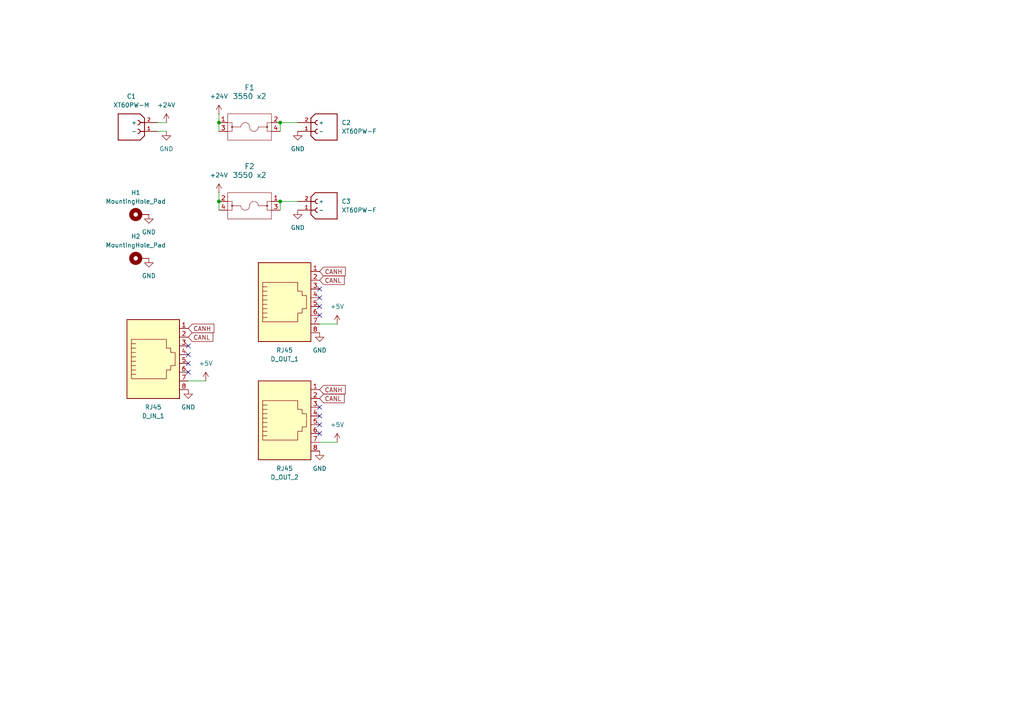
<source format=kicad_sch>
(kicad_sch (version 20231120) (generator "eeschema") (generator_version "8.0")
  (paper "A4")
  (title_block (title "Rocker Splitter") (date "2024-06-12") (rev "3") (company "RobotiqueUdeS - Rovus - Philippe Michaud") (comment 1 "Rev1: Fixed wrong footprints") (comment 2 "Rev2: Increased current rating") (comment 3 "changed fuse holder for normal blade fuses") (comment 4 "Rev3: Used XT60 as output instead, changed pcb shape to better fit the chassis and "))
  (lib_symbols
    (symbol "2024-07-19_07-33-05:3550-2" (pin_names (offset 0.254))
      (property "Reference" "F" (at 20.32 10.16 0))
      (property "Value" "3550 x2 ou 3550-2 " (at 20.32 7.62 0))
      (symbol "3550-2_0_1"
        (polyline (pts (xy 13.97 -5.08) (xy 26.67 -5.08)) (stroke (width 0.127)))
        (polyline (pts (xy 13.97 -2.54) (xy 15.24 -2.54)) (stroke (width 0.127)))
        (polyline (pts (xy 13.97 0) (xy 15.24 0)) (stroke (width 0.127)))
        (polyline (pts (xy 13.97 2.54) (xy 13.97 -5.08)) (stroke (width 0.127)))
        (polyline (pts (xy 15.24 -1.27) (xy 17.78 -1.27)) (stroke (width 0.127)))
        (polyline (pts (xy 15.24 0) (xy 15.24 -2.54)) (stroke (width 0.127)))
        (polyline (pts (xy 22.86 -1.27) (xy 25.4 -1.27)) (stroke (width 0.127)))
        (polyline (pts (xy 25.4 -2.54) (xy 25.4 0)) (stroke (width 0.127)))
        (polyline (pts (xy 25.4 0) (xy 26.67 0)) (stroke (width 0.127)))
        (polyline (pts (xy 26.67 -5.08) (xy 26.67 2.54)) (stroke (width 0.127)))
        (polyline (pts (xy 26.67 -2.54) (xy 25.4 -2.54)) (stroke (width 0.127)))
        (polyline (pts (xy 26.67 2.54) (xy 13.97 2.54)) (stroke (width 0.127)))
        (circle (center 15.24 -1.27) (radius 0.127) (stroke (width 0.254)))
        (arc (start 20.32 -1.27) (mid 19.05 -0.0055) (end 17.78 -1.27) (stroke (width 0.127)))
        (arc (start 20.32 -1.27) (mid 21.59 -2.5344) (end 22.86 -1.27) (stroke (width 0.127)))
        (circle (center 25.4 -1.27) (radius 0.127) (stroke (width 0.254)))
        (pin unspecified line (at 11.43 0 0) (length 2.54) (name "") (number "1"))
        (pin unspecified line (at 11.43 -2.54 0) (length 2.54) (name "") (number "3"))
      )
      (symbol "3550-2_1_1"
        (pin unspecified line (at 29.21 0 180) (length 2.54) (name "") (number "2"))
        (pin unspecified line (at 29.21 -2.54 180) (length 2.54) (name "") (number "4"))
      )
    )
    (symbol "Connector:RJ45" (pin_names (offset 1.016))
      (property "Reference" "J" (at -5.08 13.97 0))
      (property "Value" "RJ45" (at 2.54 13.97 0))
      (symbol "RJ45_0_1"
        (polyline (pts (xy -5.08 4.445) (xy -6.35 4.445)))
        (polyline (pts (xy -5.08 5.715) (xy -6.35 5.715)))
        (polyline (pts (xy -6.35 -3.175) (xy -5.08 -3.175) (xy -5.08 -3.175)))
        (polyline (pts (xy -6.35 -1.905) (xy -5.08 -1.905) (xy -5.08 -1.905)))
        (polyline (pts (xy -6.35 -0.635) (xy -5.08 -0.635) (xy -5.08 -0.635)))
        (polyline (pts (xy -6.35 0.635) (xy -5.08 0.635) (xy -5.08 0.635)))
        (polyline (pts (xy -6.35 1.905) (xy -5.08 1.905) (xy -5.08 1.905)))
        (polyline (pts (xy -5.08 3.175) (xy -6.35 3.175) (xy -6.35 3.175)))
        (polyline (pts (xy -6.35 -4.445) (xy -6.35 6.985) (xy 3.81 6.985) (xy 3.81 4.445) (xy 5.08 4.445) (xy 5.08 3.175) (xy 6.35 3.175) (xy 6.35 -0.635) (xy 5.08 -0.635) (xy 5.08 -1.905) (xy 3.81 -1.905) (xy 3.81 -4.445) (xy -6.35 -4.445) (xy -6.35 -4.445)))
        (rectangle (start 7.62 12.7) (end -7.62 -10.16) (stroke (width 0.254)) (fill (type background)))
      )
      (symbol "RJ45_1_1"
        (pin passive line (at 10.16 -7.62 180) (length 2.54) (name "~") (number "1"))
        (pin passive line (at 10.16 -5.08 180) (length 2.54) (name "~") (number "2"))
        (pin passive line (at 10.16 -2.54 180) (length 2.54) (name "~") (number "3"))
        (pin passive line (at 10.16 0 180) (length 2.54) (name "~") (number "4"))
        (pin passive line (at 10.16 2.54 180) (length 2.54) (name "~") (number "5"))
        (pin passive line (at 10.16 5.08 180) (length 2.54) (name "~") (number "6"))
        (pin passive line (at 10.16 7.62 180) (length 2.54) (name "~") (number "7"))
        (pin passive line (at 10.16 10.16 180) (length 2.54) (name "~") (number "8"))
      )
    )
    (symbol "Mechanical:MountingHole_Pad" (pin_numbers hide) (pin_names (offset 1.016) hide) (exclude_from_sim yes) (in_bom no)
      (property "Reference" "H" (at 0 6.35 0))
      (property "Value" "MountingHole_Pad" (at 0 4.445 0))
      (symbol "MountingHole_Pad_0_1"
        (circle (center 0 1.27) (radius 1.27) (stroke (width 1.27)))
      )
      (symbol "MountingHole_Pad_1_1"
        (pin input line (at 0 -2.54 90) (length 2.54) (name "1") (number "1"))
      )
    )
    (symbol "XT60PW-F:XT60PW-F" (pin_names (offset 1.016))
      (property "Reference" "C" (at -1.524 -0.508 0))
      (property "Value" "XT60PW-F" (at -3.81 -11.43 0))
      (symbol "XT60PW-F_0_0"
        (polyline (pts (xy -3.81 -8.89) (xy -3.81 -1.27)) (stroke (width 0.254)))
        (polyline (pts (xy -3.81 -1.27) (xy 2.54 -1.27)) (stroke (width 0.254)))
        (polyline (pts (xy 2.54 -8.89) (xy -3.81 -8.89)) (stroke (width 0.254)))
        (polyline (pts (xy 3.81 -7.62) (xy 2.54 -8.89)) (stroke (width 0.254)))
        (polyline (pts (xy 3.81 -6.35) (xy 2.54 -6.35)) (stroke (width 0.254)))
        (polyline (pts (xy 3.81 -3.81) (xy 2.54 -3.81)) (stroke (width 0.254)))
        (polyline (pts (xy 3.81 -3.81) (xy 3.81 -7.62)) (stroke (width 0.254)))
        (polyline (pts (xy 3.81 -2.54) (xy 2.54 -1.27)) (stroke (width 0.254)))
        (polyline (pts (xy 3.81 -2.54) (xy 3.81 -3.81)) (stroke (width 0.254)))
        (arc (start 1.905 -6.985) (mid 2.5373 -6.35) (end 1.905 -5.715) (stroke (width 0.254)))
        (arc (start 1.905 -4.445) (mid 2.5373 -3.81) (end 1.905 -3.175) (stroke (width 0.254)))
      )
      (symbol "XT60PW-F_1_0"
        (pin power_in line (at 7.62 -6.35 180) (length 5.08) (name "-") (number "1"))
        (pin power_in line (at 7.62 -3.81 180) (length 5.08) (name "+") (number "2"))
      )
    )
    (symbol "XT60PW-M:XT60PW-M" (pin_names (offset 1.016))
      (property "Reference" "C" (at -1.524 -0.508 0))
      (property "Value" "XT60PW-M" (at -4.826 -11.43 0))
      (symbol "XT60PW-M_0_0"
        (polyline (pts (xy -3.81 -8.89) (xy -3.81 -1.27)) (stroke (width 0.254)))
        (polyline (pts (xy -3.81 -1.27) (xy 2.54 -1.27)) (stroke (width 0.254)))
        (polyline (pts (xy 2.54 -8.89) (xy -3.81 -8.89)) (stroke (width 0.254)))
        (polyline (pts (xy 3.81 -7.62) (xy 2.54 -8.89)) (stroke (width 0.254)))
        (polyline (pts (xy 3.81 -6.35) (xy 2.54 -6.35)) (stroke (width 0.254)))
        (polyline (pts (xy 3.81 -3.81) (xy 2.54 -3.81)) (stroke (width 0.254)))
        (polyline (pts (xy 3.81 -3.81) (xy 3.81 -7.62)) (stroke (width 0.254)))
        (polyline (pts (xy 3.81 -2.54) (xy 2.54 -1.27)) (stroke (width 0.254)))
        (polyline (pts (xy 3.81 -2.54) (xy 3.81 -3.81)) (stroke (width 0.254)))
        (arc (start 1.905 -6.985) (mid 2.5373 -6.35) (end 1.905 -5.715) (stroke (width 0.254)))
        (arc (start 1.905 -4.445) (mid 2.5373 -3.81) (end 1.905 -3.175) (stroke (width 0.254)))
      )
      (symbol "XT60PW-M_1_0"
        (pin power_in line (at 7.62 -6.35 180) (length 5.08) (name "-") (number "1"))
        (pin power_in line (at 7.62 -3.81 180) (length 5.08) (name "+") (number "2"))
      )
    )
    (symbol "power:+24V" (power) (pin_numbers hide) (pin_names (offset 0) hide)
      (property "Value" "+24V" (at 0 3.556 0))
      (symbol "+24V_0_1"
        (polyline (pts (xy -0.762 1.27) (xy 0 2.54)))
        (polyline (pts (xy 0 0) (xy 0 2.54)))
        (polyline (pts (xy 0 2.54) (xy 0.762 1.27)))
      )
      (symbol "+24V_1_1"
        (pin power_in line (at 0 0 90) (length 0) (name "~") (number "1"))
      )
    )
    (symbol "power:+5V" (power) (pin_numbers hide) (pin_names (offset 0) hide)
      (property "Value" "+5V" (at 0 3.556 0))
      (symbol "+5V_0_1"
        (polyline (pts (xy -0.762 1.27) (xy 0 2.54)))
        (polyline (pts (xy 0 0) (xy 0 2.54)))
        (polyline (pts (xy 0 2.54) (xy 0.762 1.27)))
      )
      (symbol "+5V_1_1"
        (pin power_in line (at 0 0 90) (length 0) (name "~") (number "1"))
      )
    )
    (symbol "power:GND" (power) (pin_numbers hide) (pin_names (offset 0) hide)
      (property "Value" "GND" (at 0 -3.81 0))
      (symbol "GND_0_1"
        (polyline (pts (xy 0 0) (xy 0 -1.27) (xy 1.27 -1.27) (xy 0 -2.54) (xy -1.27 -1.27) (xy 0 -1.27)))
      )
      (symbol "GND_1_1"
        (pin power_in line (at 0 0 270) (length 0) (name "~") (number "1"))
      )
    )
  )
  (junction (at 63.5 58.42))
  (junction (at 81.28 35.56))
  (junction (at 81.28 58.42))
  (junction (at 63.5 35.56))
  (no_connect (at 92.71 86.36))
  (no_connect (at 92.71 83.82))
  (no_connect (at 54.61 100.33))
  (no_connect (at 92.71 120.65))
  (no_connect (at 54.61 102.87))
  (no_connect (at 92.71 88.9))
  (no_connect (at 92.71 118.11))
  (no_connect (at 92.71 123.19))
  (no_connect (at 92.71 91.44))
  (no_connect (at 54.61 105.41))
  (no_connect (at 54.61 107.95))
  (no_connect (at 92.71 125.73))
  (wire (pts (xy 63.5 33.02) (xy 63.5 35.56)))
  (wire (pts (xy 45.72 38.1) (xy 48.26 38.1)))
  (wire (pts (xy 92.71 128.27) (xy 97.79 128.27)))
  (wire (pts (xy 63.5 55.88) (xy 63.5 58.42)))
  (wire (pts (xy 45.72 35.56) (xy 48.26 35.56)))
  (wire (pts (xy 81.28 35.56) (xy 86.36 35.56)))
  (wire (pts (xy 81.28 35.56) (xy 81.28 38.1)))
  (wire (pts (xy 81.28 58.42) (xy 86.36 58.42)))
  (wire (pts (xy 63.5 58.42) (xy 63.5 60.96)))
  (wire (pts (xy 54.61 110.49) (xy 59.69 110.49)))
  (wire (pts (xy 92.71 93.98) (xy 97.79 93.98)))
  (wire (pts (xy 81.28 58.42) (xy 81.28 60.96)))
  (wire (pts (xy 63.5 35.56) (xy 63.5 38.1)))
  (global_label "CANH" (shape input) (at 92.71 78.74 0) (property "Intersheetrefs" "${INTERSHEET_REFS}" (effects (hide yes))))
  (global_label "CANH" (shape input) (at 54.61 95.25 0) (property "Intersheetrefs" "${INTERSHEET_REFS}" (effects (hide yes))))
  (global_label "CANL" (shape input) (at 92.71 81.28 0) (property "Intersheetrefs" "${INTERSHEET_REFS}" (effects (hide yes))))
  (global_label "CANL" (shape input) (at 54.61 97.79 0) (property "Intersheetrefs" "${INTERSHEET_REFS}" (effects (hide yes))))
  (global_label "CANL" (shape input) (at 92.71 115.57 0) (property "Intersheetrefs" "${INTERSHEET_REFS}" (effects (hide yes))))
  (global_label "CANH" (shape input) (at 92.71 113.03 0) (property "Intersheetrefs" "${INTERSHEET_REFS}" (effects (hide yes))))
  (symbol (lib_id "power:GND") (at 54.61 113.03 0) (mirror y) (unit 1)
    (property "Reference" "#PWR08" (effects (hide yes)))
    (property "Value" "GND" (at 54.61 118.11 0))
    (property "Description" "Power symbol creates a global label with name \"GND\" , ground" (effects (hide yes)))
  )
  (symbol (lib_id "power:GND") (at 48.26 38.1 0) (unit 1)
    (property "Reference" "#PWR02" (effects (hide yes)))
    (property "Value" "GND" (at 48.26 43.18 0))
    (property "Description" "Power symbol creates a global label with name \"GND\" , ground" (effects (hide yes)))
  )
  (symbol (lib_id "XT60PW-M:XT60PW-M") (at 38.1 31.75 0) (unit 1)
    (property "Reference" "C1" (at 38.1 27.94 0))
    (property "Value" "XT60PW-M" (at 38.1 30.48 0))
    (property "Footprint" "Connector_AMASS:AMASS_XT60PW-M_1x02_P7.20mm_Horizontal" (effects (hide yes)))
  )
  (symbol (lib_id "Connector:RJ45") (at 82.55 86.36 0) (mirror x) (unit 1)
    (property "Reference" "D_OUT_1" (at 82.55 104.14 0))
    (property "Value" "RJ45" (at 82.55 101.6 0))
    (property "Footprint" "54601-908WPLF:AMPHENOL_54601-908WPLF" (effects (hide yes)))
    (property "Description" "RJ connector, 8P8C (8 positions 8 connected)" (effects (hide yes)))
  )
  (symbol (lib_id "power:GND") (at 86.36 38.1 0) (unit 1)
    (property "Reference" "#PWR04" (effects (hide yes)))
    (property "Value" "GND" (at 86.36 43.18 0))
    (property "Description" "Power symbol creates a global label with name \"GND\" , ground" (effects (hide yes)))
  )
  (symbol (lib_id "power:+5V") (at 97.79 93.98 0) (mirror y) (unit 1)
    (property "Reference" "#PWR09" (effects (hide yes)))
    (property "Value" "+5V" (at 97.79 88.9 0))
    (property "Description" "Power symbol creates a global label with name \"+5V\"" (effects (hide yes)))
  )
  (symbol (lib_id "power:+24V") (at 63.5 55.88 0) (unit 1)
    (property "Reference" "#PWR05" (effects (hide yes)))
    (property "Value" "+24V" (at 63.5 50.8 0))
    (property "Description" "Power symbol creates a global label with name \"+24V\"" (effects (hide yes)))
  )
  (symbol (lib_id "Mechanical:MountingHole_Pad") (at 40.64 62.23 90) (unit 1) (exclude_from_sim yes) (in_bom no)
    (property "Reference" "H1" (at 39.37 55.88 90))
    (property "Value" "MountingHole_Pad" (at 39.37 58.42 90))
    (property "Footprint" "MountingHole:MountingHole_5.3mm_M5_DIN965_Pad_TopBottom" (effects (hide yes)))
    (property "Description" "Mounting Hole with connection" (effects (hide yes)))
  )
  (symbol (lib_id "power:+24V") (at 63.5 33.02 0) (unit 1)
    (property "Reference" "#PWR03" (effects (hide yes)))
    (property "Value" "+24V" (at 63.5 27.94 0))
    (property "Description" "Power symbol creates a global label with name \"+24V\"" (effects (hide yes)))
  )
  (symbol (lib_id "power:+5V") (at 59.69 110.49 0) (mirror y) (unit 1)
    (property "Reference" "#PWR07" (effects (hide yes)))
    (property "Value" "+5V" (at 59.69 105.41 0))
    (property "Description" "Power symbol creates a global label with name \"+5V\"" (effects (hide yes)))
  )
  (symbol (lib_id "XT60PW-F:XT60PW-F") (at 93.98 54.61 0) (mirror y) (unit 1)
    (property "Reference" "C3" (at 99.06 58.4199 0) (effects (justify right)))
    (property "Value" "XT60PW-F" (at 99.06 60.9599 0) (effects (justify right)))
    (property "Footprint" "Connector_AMASS:AMASS_XT60PW-F_1x02_P7.20mm_Horizontal" (effects (hide yes)))
  )
  (symbol (lib_id "Connector:RJ45") (at 82.55 120.65 0) (mirror x) (unit 1)
    (property "Reference" "D_OUT_2" (at 82.55 138.43 0))
    (property "Value" "RJ45" (at 82.55 135.89 0))
    (property "Footprint" "54601-908WPLF:AMPHENOL_54601-908WPLF" (effects (hide yes)))
    (property "Description" "RJ connector, 8P8C (8 positions 8 connected)" (effects (hide yes)))
  )
  (symbol (lib_id "2024-07-19_07-33-05:3550-2") (at 92.71 58.42 0) (mirror y) (unit 1)
    (property "Reference" "F2" (at 72.39 48.26 0) (effects (font (size 1.524 1.524))))
    (property "Value" "3550 x2" (at 72.39 50.8 0) (effects (font (size 1.524 1.524))))
    (property "Footprint" "footprints:3550-2_KEY" (effects (hide yes)))
    (property "Datasheet" "3550-2" (effects (hide yes)))
  )
  (symbol (lib_id "power:+24V") (at 48.26 35.56 0) (unit 1)
    (property "Reference" "#PWR01" (effects (hide yes)))
    (property "Value" "+24V" (at 48.26 30.48 0))
    (property "Description" "Power symbol creates a global label with name \"+24V\"" (effects (hide yes)))
  )
  (symbol (lib_id "Connector:RJ45") (at 44.45 102.87 0) (mirror x) (unit 1)
    (property "Reference" "D_IN_1" (at 44.45 120.65 0))
    (property "Value" "RJ45" (at 44.45 118.11 0))
    (property "Footprint" "54601-908WPLF:AMPHENOL_54601-908WPLF" (effects (hide yes)))
    (property "Description" "RJ connector, 8P8C (8 positions 8 connected)" (effects (hide yes)))
  )
  (symbol (lib_id "power:GND") (at 92.71 96.52 0) (mirror y) (unit 1)
    (property "Reference" "#PWR010" (effects (hide yes)))
    (property "Value" "GND" (at 92.71 101.6 0))
    (property "Description" "Power symbol creates a global label with name \"GND\" , ground" (effects (hide yes)))
  )
  (symbol (lib_id "XT60PW-F:XT60PW-F") (at 93.98 31.75 0) (mirror y) (unit 1)
    (property "Reference" "C2" (at 99.06 35.5599 0) (effects (justify right)))
    (property "Value" "XT60PW-F" (at 99.06 38.0999 0) (effects (justify right)))
    (property "Footprint" "Connector_AMASS:AMASS_XT60PW-F_1x02_P7.20mm_Horizontal" (effects (hide yes)))
  )
  (symbol (lib_id "power:+5V") (at 97.79 128.27 0) (mirror y) (unit 1)
    (property "Reference" "#PWR011" (effects (hide yes)))
    (property "Value" "+5V" (at 97.79 123.19 0))
    (property "Description" "Power symbol creates a global label with name \"+5V\"" (effects (hide yes)))
  )
  (symbol (lib_id "power:GND") (at 86.36 60.96 0) (unit 1)
    (property "Reference" "#PWR06" (effects (hide yes)))
    (property "Value" "GND" (at 86.36 66.04 0))
    (property "Description" "Power symbol creates a global label with name \"GND\" , ground" (effects (hide yes)))
  )
  (symbol (lib_id "2024-07-19_07-33-05:3550-2") (at 52.07 35.56 0) (unit 1)
    (property "Reference" "F1" (at 72.39 25.4 0) (effects (font (size 1.524 1.524))))
    (property "Value" "3550 x2" (at 72.39 27.94 0) (effects (font (size 1.524 1.524))))
    (property "Footprint" "footprints:3550-2_KEY" (effects (hide yes)))
    (property "Datasheet" "3550-2" (effects (hide yes)))
  )
  (symbol (lib_id "power:GND") (at 43.18 74.93 0) (unit 1)
    (property "Reference" "#PWR018" (effects (hide yes)))
    (property "Value" "GND" (at 43.18 80.01 0))
    (property "Description" "Power symbol creates a global label with name \"GND\" , ground" (effects (hide yes)))
  )
  (symbol (lib_id "Mechanical:MountingHole_Pad") (at 40.64 74.93 90) (unit 1) (exclude_from_sim yes) (in_bom no)
    (property "Reference" "H2" (at 39.37 68.58 90))
    (property "Value" "MountingHole_Pad" (at 39.37 71.12 90))
    (property "Footprint" "MountingHole:MountingHole_5.3mm_M5_DIN965_Pad_TopBottom" (effects (hide yes)))
    (property "Description" "Mounting Hole with connection" (effects (hide yes)))
  )
  (symbol (lib_id "power:GND") (at 43.18 62.23 0) (unit 1)
    (property "Reference" "#PWR017" (effects (hide yes)))
    (property "Value" "GND" (at 43.18 67.31 0))
    (property "Description" "Power symbol creates a global label with name \"GND\" , ground" (effects (hide yes)))
  )
  (symbol (lib_id "power:GND") (at 92.71 130.81 0) (mirror y) (unit 1)
    (property "Reference" "#PWR012" (effects (hide yes)))
    (property "Value" "GND" (at 92.71 135.89 0))
    (property "Description" "Power symbol creates a global label with name \"GND\" , ground" (effects (hide yes)))
  )
)
</source>
